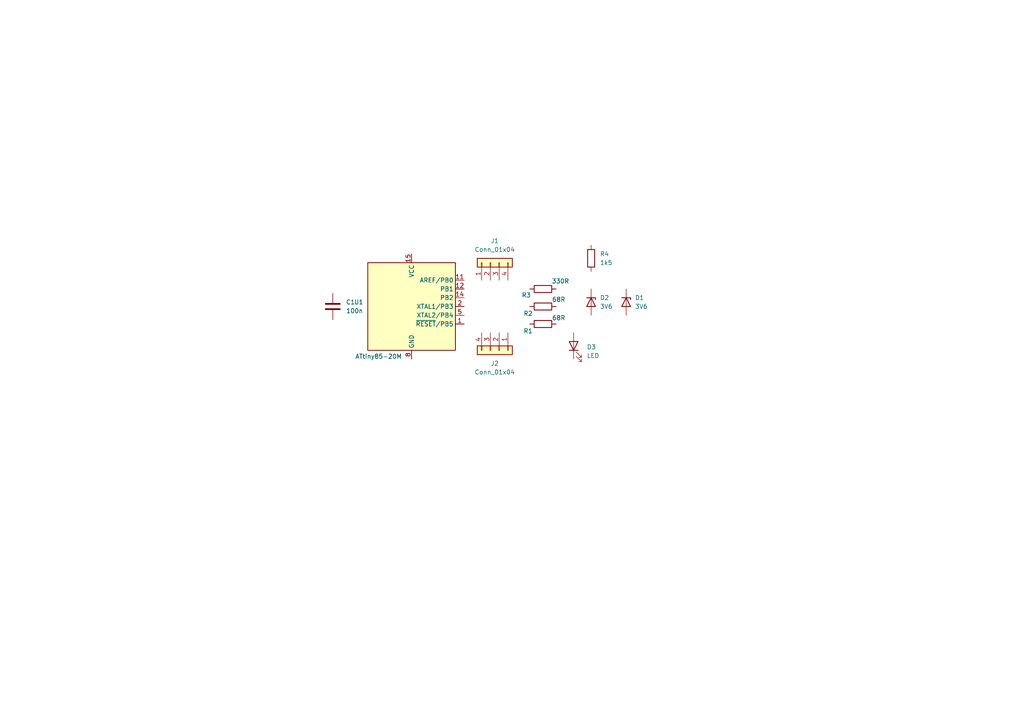
<source format=kicad_sch>
(kicad_sch (version 20231120) (generator "eeschema") (generator_version "8.0")
  (paper "A4")
  (lib_symbols
    (symbol "Connector_Generic:Conn_01x04" (pin_names (offset 1.016) hide)
      (property "Reference" "J" (at 0 5.08 0))
      (property "Value" "Conn_01x04" (at 0 -7.62 0))
      (symbol "Conn_01x04_1_1"
        (rectangle (start -1.27 -4.953) (end 0 -5.207) (stroke (width 0.1524)))
        (rectangle (start -1.27 -2.413) (end 0 -2.667) (stroke (width 0.1524)))
        (rectangle (start -1.27 0.127) (end 0 -0.127) (stroke (width 0.1524)))
        (rectangle (start -1.27 2.667) (end 0 2.413) (stroke (width 0.1524)))
        (rectangle (start -1.27 3.81) (end 1.27 -6.35) (stroke (width 0.254)) (fill (type background)))
        (pin passive line (at -5.08 2.54 0) (length 3.81) (name "Pin_1") (number "1"))
        (pin passive line (at -5.08 0 0) (length 3.81) (name "Pin_2") (number "2"))
        (pin passive line (at -5.08 -2.54 0) (length 3.81) (name "Pin_3") (number "3"))
        (pin passive line (at -5.08 -5.08 0) (length 3.81) (name "Pin_4") (number "4"))
      )
    )
    (symbol "Device:C" (pin_numbers hide) (pin_names (offset 0.254))
      (property "Reference" "C" (at 0.635 2.54 0))
      (property "Value" "C" (at 0.635 -2.54 0))
      (symbol "C_0_1"
        (polyline (pts (xy -2.032 -0.762) (xy 2.032 -0.762)) (stroke (width 0.508)))
        (polyline (pts (xy -2.032 0.762) (xy 2.032 0.762)) (stroke (width 0.508)))
      )
      (symbol "C_1_1"
        (pin passive line (at 0 3.81 270) (length 2.794) (name "~") (number "1"))
        (pin passive line (at 0 -3.81 90) (length 2.794) (name "~") (number "2"))
      )
    )
    (symbol "Device:D_Zener" (pin_numbers hide) (pin_names (offset 1.016) hide)
      (property "Reference" "D" (at 0 2.54 0))
      (property "Value" "D_Zener" (at 0 -2.54 0))
      (symbol "D_Zener_0_1"
        (polyline (pts (xy 1.27 0) (xy -1.27 0)))
        (polyline (pts (xy -1.27 -1.27) (xy -1.27 1.27) (xy -0.762 1.27)) (stroke (width 0.254)))
        (polyline (pts (xy 1.27 -1.27) (xy 1.27 1.27) (xy -1.27 0) (xy 1.27 -1.27)) (stroke (width 0.254)))
      )
      (symbol "D_Zener_1_1"
        (pin passive line (at -3.81 0 0) (length 2.54) (name "K") (number "1"))
        (pin passive line (at 3.81 0 180) (length 2.54) (name "A") (number "2"))
      )
    )
    (symbol "Device:LED" (pin_numbers hide) (pin_names (offset 1.016) hide)
      (property "Reference" "D" (at 0 2.54 0))
      (property "Value" "LED" (at 0 -2.54 0))
      (symbol "LED_0_1"
        (polyline (pts (xy -1.27 -1.27) (xy -1.27 1.27)) (stroke (width 0.254)))
        (polyline (pts (xy -1.27 0) (xy 1.27 0)))
        (polyline (pts (xy 1.27 -1.27) (xy 1.27 1.27) (xy -1.27 0) (xy 1.27 -1.27)) (stroke (width 0.254)))
        (polyline (pts (xy -3.048 -0.762) (xy -4.572 -2.286) (xy -3.81 -2.286) (xy -4.572 -2.286) (xy -4.572 -1.524)))
        (polyline (pts (xy -1.778 -0.762) (xy -3.302 -2.286) (xy -2.54 -2.286) (xy -3.302 -2.286) (xy -3.302 -1.524)))
      )
      (symbol "LED_1_1"
        (pin passive line (at -3.81 0 0) (length 2.54) (name "K") (number "1"))
        (pin passive line (at 3.81 0 180) (length 2.54) (name "A") (number "2"))
      )
    )
    (symbol "Device:R" (pin_numbers hide) (pin_names (offset 0))
      (property "Reference" "R" (at 2.032 0 90))
      (property "Value" "R" (at 0 0 90))
      (symbol "R_0_1"
        (rectangle (start -1.016 -2.54) (end 1.016 2.54) (stroke (width 0.254)))
      )
      (symbol "R_1_1"
        (pin passive line (at 0 3.81 270) (length 1.27) (name "~") (number "1"))
        (pin passive line (at 0 -3.81 90) (length 1.27) (name "~") (number "2"))
      )
    )
    (symbol "MCU_Microchip_ATtiny:ATtiny85-20M"
      (property "Reference" "U" (at -12.7 13.97 0))
      (property "Value" "ATtiny85-20M" (at 2.54 -13.97 0))
      (symbol "ATtiny85-20M_0_1"
        (rectangle (start -12.7 -12.7) (end 12.7 12.7) (stroke (width 0.254)) (fill (type background)))
      )
      (symbol "ATtiny85-20M_1_1"
        (pin bidirectional line (at 15.24 -5.08 180) (length 2.54) (name "~{RESET}/PB5") (number "1"))
        (pin no_connect line (at -12.7 -2.54 0) (length 2.54) hide (name "NC") (number "10"))
        (pin bidirectional line (at 15.24 7.62 180) (length 2.54) (name "AREF/PB0") (number "11"))
        (pin bidirectional line (at 15.24 5.08 180) (length 2.54) (name "PB1") (number "12"))
        (pin no_connect line (at -12.7 -5.08 0) (length 2.54) hide (name "NC") (number "13"))
        (pin bidirectional line (at 15.24 2.54 180) (length 2.54) (name "PB2") (number "14"))
        (pin power_in line (at 0 15.24 270) (length 2.54) (name "VCC") (number "15"))
        (pin no_connect line (at -12.7 -7.62 0) (length 2.54) hide (name "NC") (number "16"))
        (pin no_connect line (at -12.7 -10.16 0) (length 2.54) hide (name "NC") (number "17"))
        (pin no_connect line (at -7.62 -12.7 90) (length 2.54) hide (name "NC") (number "18"))
        (pin no_connect line (at -5.08 -12.7 90) (length 2.54) hide (name "NC") (number "19"))
        (pin bidirectional line (at 15.24 0 180) (length 2.54) (name "XTAL1/PB3") (number "2"))
        (pin no_connect line (at -2.54 -12.7 90) (length 2.54) hide (name "NC") (number "20"))
        (pin passive line (at 0 -15.24 90) (length 2.54) hide (name "GND") (number "21"))
        (pin no_connect line (at -12.7 10.16 0) (length 2.54) hide (name "NC") (number "3"))
        (pin no_connect line (at -12.7 7.62 0) (length 2.54) hide (name "NC") (number "4"))
        (pin bidirectional line (at 15.24 -2.54 180) (length 2.54) (name "XTAL2/PB4") (number "5"))
        (pin no_connect line (at -12.7 5.08 0) (length 2.54) hide (name "NC") (number "6"))
        (pin no_connect line (at -12.7 2.54 0) (length 2.54) hide (name "NC") (number "7"))
        (pin power_in line (at 0 -15.24 90) (length 2.54) (name "GND") (number "8"))
        (pin no_connect line (at -12.7 0 0) (length 2.54) hide (name "NC") (number "9"))
      )
    )
  )
  (symbol (lib_id "MCU_Microchip_ATtiny:ATtiny85-20M") (at 119.38 88.9 0) (unit 1)
    (property "Reference" "U1" (at 105.41 87.6299 0) (effects (justify right)))
    (property "Value" "ATtiny85-20M" (at 116.586 103.378 0) (effects (justify right)))
    (property "Footprint" "Package_DFN_QFN:QFN-20-1EP_4x4mm_P0.5mm_EP2.6x2.6mm" (effects (hide yes)))
    (property "Datasheet" "http://ww1.microchip.com/downloads/en/DeviceDoc/atmel-2586-avr-8-bit-microcontroller-attiny25-attiny45-attiny85_datasheet.pdf" (effects (hide yes)))
    (property "Description" "20MHz, 8kB Flash, 512B SRAM, 512B EEPROM, debugWIRE, QFN-20" (effects (hide yes)))
  )
  (symbol (lib_id "Device:D_Zener") (at 171.45 87.63 270) (unit 1)
    (property "Reference" "D2" (at 173.99 86.3599 90) (effects (justify left)))
    (property "Value" "3V6" (at 173.99 88.8999 90) (effects (justify left)))
    (property "Footprint" "Diode_SMD:D_SOD-123" (effects (hide yes)))
    (property "Description" "Zener diode" (effects (hide yes)))
  )
  (symbol (lib_id "Device:R") (at 157.48 93.98 90) (unit 1)
    (property "Reference" "R1" (at 153.162 96.012 90))
    (property "Value" "68R" (at 162.052 92.202 90))
    (property "Footprint" "Resistor_SMD:R_0805_2012Metric_Pad1.20x1.40mm_HandSolder" (effects (hide yes)))
    (property "Description" "Resistor" (effects (hide yes)))
  )
  (symbol (lib_id "Device:R") (at 157.48 83.82 90) (unit 1)
    (property "Reference" "R3" (at 152.654 85.598 90))
    (property "Value" "330R" (at 162.56 81.534 90))
    (property "Footprint" "Resistor_SMD:R_0805_2012Metric_Pad1.20x1.40mm_HandSolder" (effects (hide yes)))
    (property "Description" "Resistor" (effects (hide yes)))
  )
  (symbol (lib_id "Connector_Generic:Conn_01x04") (at 144.78 101.6 270) (unit 1)
    (property "Reference" "J2" (at 143.51 105.41 90))
    (property "Value" "Conn_01x04" (at 143.51 107.95 90))
    (property "Description" "Generic connector, single row, 01x04, script generated (kicad-library-utils/schlib/autogen/connector/)" (effects (hide yes)))
  )
  (symbol (lib_id "Device:R") (at 157.48 88.9 90) (unit 1)
    (property "Reference" "R2" (at 153.162 90.932 90))
    (property "Value" "68R" (at 162.052 86.868 90))
    (property "Footprint" "Resistor_SMD:R_0805_2012Metric_Pad1.20x1.40mm_HandSolder" (effects (hide yes)))
    (property "Description" "Resistor" (effects (hide yes)))
  )
  (symbol (lib_id "Device:C") (at 96.52 88.9 0) (unit 1)
    (property "Reference" "C1" (at 100.33 87.6299 0) (effects (justify left)))
    (property "Value" "100n" (at 100.33 90.1699 0) (effects (justify left)))
    (property "Footprint" "Capacitor_SMD:C_1206_3216Metric_Pad1.33x1.80mm_HandSolder" (effects (hide yes)))
    (property "Description" "Unpolarized capacitor" (effects (hide yes)))
  )
  (symbol (lib_id "Device:D_Zener") (at 181.61 87.63 270) (unit 1)
    (property "Reference" "D1" (at 184.15 86.3599 90) (effects (justify left)))
    (property "Value" "3V6" (at 184.15 88.8999 90) (effects (justify left)))
    (property "Footprint" "Diode_SMD:D_SOD-123" (effects (hide yes)))
    (property "Description" "Zener diode" (effects (hide yes)))
  )
  (symbol (lib_id "Connector_Generic:Conn_01x04") (at 142.24 76.2 90) (unit 1)
    (property "Reference" "J1" (at 143.51 69.85 90))
    (property "Value" "Conn_01x04" (at 143.51 72.39 90))
    (property "Description" "Generic connector, single row, 01x04, script generated (kicad-library-utils/schlib/autogen/connector/)" (effects (hide yes)))
  )
  (symbol (lib_id "Device:R") (at 171.45 74.93 0) (unit 1)
    (property "Reference" "R4" (at 173.99 73.6599 0) (effects (justify left)))
    (property "Value" "1k5" (at 173.99 76.1999 0) (effects (justify left)))
    (property "Footprint" "Resistor_SMD:R_0805_2012Metric_Pad1.20x1.40mm_HandSolder" (effects (hide yes)))
    (property "Description" "Resistor" (effects (hide yes)))
  )
  (symbol (lib_id "Device:LED") (at 166.37 100.33 90) (unit 1)
    (property "Reference" "D3" (at 170.18 100.6474 90) (effects (justify right)))
    (property "Value" "LED" (at 170.18 103.1874 90) (effects (justify right)))
    (property "Footprint" "LED_SMD:LED_0201_0603Metric" (effects (hide yes)))
    (property "Description" "Light emitting diode" (effects (hide yes)))
  )
)
</source>
